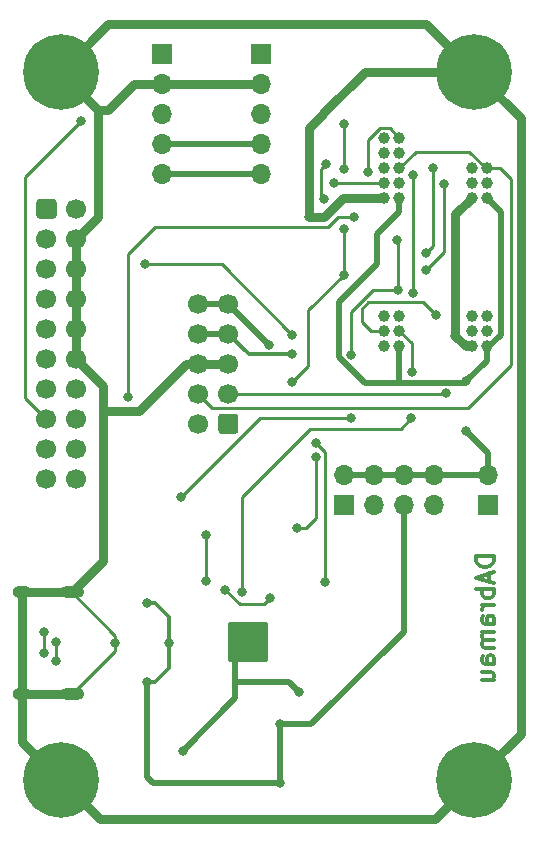
<source format=gbl>
G04 #@! TF.GenerationSoftware,KiCad,Pcbnew,(5.1.10)-1*
G04 #@! TF.CreationDate,2021-10-05T03:14:11+03:00*
G04 #@! TF.ProjectId,programming_board,70726f67-7261-46d6-9d69-6e675f626f61,rev?*
G04 #@! TF.SameCoordinates,Original*
G04 #@! TF.FileFunction,Copper,L2,Bot*
G04 #@! TF.FilePolarity,Positive*
%FSLAX46Y46*%
G04 Gerber Fmt 4.6, Leading zero omitted, Abs format (unit mm)*
G04 Created by KiCad (PCBNEW (5.1.10)-1) date 2021-10-05 03:14:11*
%MOMM*%
%LPD*%
G01*
G04 APERTURE LIST*
G04 #@! TA.AperFunction,NonConductor*
%ADD10C,0.300000*%
G04 #@! TD*
G04 #@! TA.AperFunction,ComponentPad*
%ADD11C,1.000000*%
G04 #@! TD*
G04 #@! TA.AperFunction,ComponentPad*
%ADD12C,1.700000*%
G04 #@! TD*
G04 #@! TA.AperFunction,ComponentPad*
%ADD13O,1.700000X1.700000*%
G04 #@! TD*
G04 #@! TA.AperFunction,ComponentPad*
%ADD14R,1.700000X1.700000*%
G04 #@! TD*
G04 #@! TA.AperFunction,ComponentPad*
%ADD15O,2.100000X1.000000*%
G04 #@! TD*
G04 #@! TA.AperFunction,ComponentPad*
%ADD16O,1.600000X1.000000*%
G04 #@! TD*
G04 #@! TA.AperFunction,ComponentPad*
%ADD17C,0.800000*%
G04 #@! TD*
G04 #@! TA.AperFunction,ComponentPad*
%ADD18C,6.400000*%
G04 #@! TD*
G04 #@! TA.AperFunction,ViaPad*
%ADD19C,0.800000*%
G04 #@! TD*
G04 #@! TA.AperFunction,Conductor*
%ADD20C,0.750000*%
G04 #@! TD*
G04 #@! TA.AperFunction,Conductor*
%ADD21C,0.250000*%
G04 #@! TD*
G04 #@! TA.AperFunction,Conductor*
%ADD22C,0.500000*%
G04 #@! TD*
G04 #@! TA.AperFunction,Conductor*
%ADD23C,0.350000*%
G04 #@! TD*
G04 #@! TA.AperFunction,Conductor*
%ADD24C,0.254000*%
G04 #@! TD*
G04 #@! TA.AperFunction,Conductor*
%ADD25C,0.100000*%
G04 #@! TD*
G04 APERTURE END LIST*
D10*
X198678571Y-89035714D02*
X197178571Y-89035714D01*
X197178571Y-89392857D01*
X197250000Y-89607142D01*
X197392857Y-89750000D01*
X197535714Y-89821428D01*
X197821428Y-89892857D01*
X198035714Y-89892857D01*
X198321428Y-89821428D01*
X198464285Y-89750000D01*
X198607142Y-89607142D01*
X198678571Y-89392857D01*
X198678571Y-89035714D01*
X198250000Y-90464285D02*
X198250000Y-91178571D01*
X198678571Y-90321428D02*
X197178571Y-90821428D01*
X198678571Y-91321428D01*
X198678571Y-91821428D02*
X197178571Y-91821428D01*
X197750000Y-91821428D02*
X197678571Y-91964285D01*
X197678571Y-92250000D01*
X197750000Y-92392857D01*
X197821428Y-92464285D01*
X197964285Y-92535714D01*
X198392857Y-92535714D01*
X198535714Y-92464285D01*
X198607142Y-92392857D01*
X198678571Y-92250000D01*
X198678571Y-91964285D01*
X198607142Y-91821428D01*
X198678571Y-93178571D02*
X197678571Y-93178571D01*
X197964285Y-93178571D02*
X197821428Y-93250000D01*
X197750000Y-93321428D01*
X197678571Y-93464285D01*
X197678571Y-93607142D01*
X198678571Y-94750000D02*
X197892857Y-94750000D01*
X197750000Y-94678571D01*
X197678571Y-94535714D01*
X197678571Y-94250000D01*
X197750000Y-94107142D01*
X198607142Y-94750000D02*
X198678571Y-94607142D01*
X198678571Y-94250000D01*
X198607142Y-94107142D01*
X198464285Y-94035714D01*
X198321428Y-94035714D01*
X198178571Y-94107142D01*
X198107142Y-94250000D01*
X198107142Y-94607142D01*
X198035714Y-94750000D01*
X198678571Y-95464285D02*
X197678571Y-95464285D01*
X197821428Y-95464285D02*
X197750000Y-95535714D01*
X197678571Y-95678571D01*
X197678571Y-95892857D01*
X197750000Y-96035714D01*
X197892857Y-96107142D01*
X198678571Y-96107142D01*
X197892857Y-96107142D02*
X197750000Y-96178571D01*
X197678571Y-96321428D01*
X197678571Y-96535714D01*
X197750000Y-96678571D01*
X197892857Y-96750000D01*
X198678571Y-96750000D01*
X198678571Y-98107142D02*
X197892857Y-98107142D01*
X197750000Y-98035714D01*
X197678571Y-97892857D01*
X197678571Y-97607142D01*
X197750000Y-97464285D01*
X198607142Y-98107142D02*
X198678571Y-97964285D01*
X198678571Y-97607142D01*
X198607142Y-97464285D01*
X198464285Y-97392857D01*
X198321428Y-97392857D01*
X198178571Y-97464285D01*
X198107142Y-97607142D01*
X198107142Y-97964285D01*
X198035714Y-98107142D01*
X197678571Y-99464285D02*
X198678571Y-99464285D01*
X197678571Y-98821428D02*
X198464285Y-98821428D01*
X198607142Y-98892857D01*
X198678571Y-99035714D01*
X198678571Y-99250000D01*
X198607142Y-99392857D01*
X198535714Y-99464285D01*
D11*
X189400000Y-68660000D03*
X190670000Y-68660000D03*
X189400000Y-69930000D03*
X190670000Y-69930000D03*
X189400000Y-71200000D03*
X190670000Y-71200000D03*
X189400000Y-53620000D03*
X190670000Y-53620000D03*
X189400000Y-54890000D03*
X190670000Y-54890000D03*
X189400000Y-56160000D03*
X190670000Y-56160000D03*
X189400000Y-57430000D03*
X190670000Y-57430000D03*
X189400000Y-58700000D03*
X190670000Y-58700000D03*
X196800000Y-56160000D03*
X198070000Y-56160000D03*
X196800000Y-57430000D03*
X198070000Y-57430000D03*
X196800000Y-58700000D03*
X198070000Y-58700000D03*
D12*
X163340000Y-82460000D03*
X163340000Y-79920000D03*
X163340000Y-77380000D03*
X163340000Y-74840000D03*
X163340000Y-72300000D03*
X163340000Y-69760000D03*
X163340000Y-67220000D03*
X163340000Y-64680000D03*
X163340000Y-62140000D03*
X163340000Y-59600000D03*
X160800000Y-82460000D03*
X160800000Y-79920000D03*
X160800000Y-77380000D03*
X160800000Y-74840000D03*
X160800000Y-72300000D03*
X160800000Y-69760000D03*
X160800000Y-67220000D03*
X160800000Y-64680000D03*
X160800000Y-62140000D03*
G04 #@! TA.AperFunction,ComponentPad*
G36*
G01*
X159950000Y-60200000D02*
X159950000Y-59000000D01*
G75*
G02*
X160200000Y-58750000I250000J0D01*
G01*
X161400000Y-58750000D01*
G75*
G02*
X161650000Y-59000000I0J-250000D01*
G01*
X161650000Y-60200000D01*
G75*
G02*
X161400000Y-60450000I-250000J0D01*
G01*
X160200000Y-60450000D01*
G75*
G02*
X159950000Y-60200000I0J250000D01*
G01*
G37*
G04 #@! TD.AperFunction*
D11*
X196800000Y-68660000D03*
X198070000Y-68660000D03*
X196800000Y-69930000D03*
X198070000Y-69930000D03*
X196800000Y-71200000D03*
X198070000Y-71200000D03*
D13*
X198200000Y-82100000D03*
D14*
X198200000Y-84640000D03*
D15*
X162930000Y-100720000D03*
X162930000Y-92080000D03*
D16*
X158750000Y-92080000D03*
X158750000Y-100720000D03*
D13*
X179000000Y-56660000D03*
X179000000Y-54120000D03*
X179000000Y-51580000D03*
X179000000Y-49040000D03*
D14*
X179000000Y-46500000D03*
D13*
X170600000Y-56660000D03*
X170600000Y-54120000D03*
X170600000Y-51580000D03*
X170600000Y-49040000D03*
D14*
X170600000Y-46500000D03*
D12*
X173660000Y-67640000D03*
X173660000Y-70180000D03*
X173660000Y-72720000D03*
X173660000Y-75260000D03*
X173660000Y-77800000D03*
X176200000Y-67640000D03*
X176200000Y-70180000D03*
X176200000Y-72720000D03*
X176200000Y-75260000D03*
G04 #@! TA.AperFunction,ComponentPad*
G36*
G01*
X177050000Y-77200000D02*
X177050000Y-78400000D01*
G75*
G02*
X176800000Y-78650000I-250000J0D01*
G01*
X175600000Y-78650000D01*
G75*
G02*
X175350000Y-78400000I0J250000D01*
G01*
X175350000Y-77200000D01*
G75*
G02*
X175600000Y-76950000I250000J0D01*
G01*
X176800000Y-76950000D01*
G75*
G02*
X177050000Y-77200000I0J-250000D01*
G01*
G37*
G04 #@! TD.AperFunction*
D13*
X193620000Y-82160000D03*
X193620000Y-84700000D03*
X191080000Y-82160000D03*
X191080000Y-84700000D03*
X188540000Y-82160000D03*
X188540000Y-84700000D03*
X186000000Y-82160000D03*
D14*
X186000000Y-84700000D03*
D17*
X195302944Y-106302944D03*
X194600000Y-108000000D03*
X195302944Y-109697056D03*
X197000000Y-110400000D03*
X198697056Y-109697056D03*
X199400000Y-108000000D03*
X198697056Y-106302944D03*
X197000000Y-105600000D03*
D18*
X197000000Y-108000000D03*
D17*
X198697056Y-46302944D03*
X197000000Y-45600000D03*
X195302944Y-46302944D03*
X194600000Y-48000000D03*
X195302944Y-49697056D03*
X197000000Y-50400000D03*
X198697056Y-49697056D03*
X199400000Y-48000000D03*
D18*
X197000000Y-48000000D03*
D17*
X160302944Y-106302944D03*
X159600000Y-108000000D03*
X160302944Y-109697056D03*
X162000000Y-110400000D03*
X163697056Y-109697056D03*
X164400000Y-108000000D03*
X163697056Y-106302944D03*
X162000000Y-105600000D03*
D18*
X162000000Y-108000000D03*
D17*
X163697056Y-46302944D03*
X162000000Y-45600000D03*
X160302944Y-46302944D03*
X159600000Y-48000000D03*
X160302944Y-49697056D03*
X162000000Y-50400000D03*
X163697056Y-49697056D03*
X164400000Y-48000000D03*
D18*
X162000000Y-48000000D03*
D19*
X176800000Y-97200000D03*
X178800000Y-97200000D03*
X178800000Y-95200000D03*
X176800000Y-95200000D03*
X177750000Y-96200000D03*
X166600000Y-96400000D03*
X183000000Y-60300000D03*
X172350000Y-105500010D03*
X195422723Y-70334274D03*
X182150000Y-100500000D03*
X196350000Y-78450000D03*
X196349986Y-74200014D03*
X185950000Y-61350000D03*
X185950002Y-65200000D03*
X182000000Y-86650000D03*
X183600000Y-80650000D03*
X185950000Y-56250000D03*
X185950000Y-52450000D03*
X181600000Y-74250000D03*
X171150000Y-96400000D03*
X169300000Y-99675010D03*
X169300000Y-93000000D03*
X180600000Y-103250000D03*
X180600000Y-108250000D03*
X163700000Y-52200000D03*
X194450000Y-57500000D03*
X192900000Y-64800000D03*
X185150004Y-57450000D03*
X193500000Y-56150000D03*
X192899996Y-63350000D03*
X167700000Y-75500000D03*
X186850000Y-60250000D03*
X179649994Y-71100000D03*
X169150000Y-64300000D03*
X181600004Y-70250000D03*
X181600000Y-71900000D03*
X184450000Y-55800000D03*
X184300000Y-58750000D03*
X183600000Y-79400000D03*
X184350000Y-91200000D03*
X193750000Y-68600000D03*
X190550000Y-66450000D03*
X186551041Y-71948959D03*
X172199998Y-84000000D03*
X186551041Y-77301041D03*
X188000000Y-56500000D03*
X190500000Y-62250000D03*
X177350000Y-92000000D03*
X191850000Y-66700000D03*
X191850000Y-56750002D03*
X191700000Y-77350000D03*
X191706546Y-73375010D03*
X194600000Y-75200000D03*
X160600000Y-95400000D03*
X160599994Y-97200000D03*
X161600000Y-96300000D03*
X161600000Y-97914989D03*
X174274990Y-87250000D03*
X174300008Y-91100000D03*
X175950000Y-91850000D03*
X179750000Y-92550000D03*
D20*
X158750000Y-104750000D02*
X158750000Y-100720000D01*
X162000000Y-108000000D02*
X158750000Y-104750000D01*
X158750000Y-100720000D02*
X162930000Y-100720000D01*
X158750000Y-92080000D02*
X162930000Y-92080000D01*
X158750000Y-92080000D02*
X158750000Y-100720000D01*
X163340000Y-62140000D02*
X163340000Y-64680000D01*
X163340000Y-64680000D02*
X163340000Y-67220000D01*
X163340000Y-67220000D02*
X163340000Y-69760000D01*
X163340000Y-69760000D02*
X163340000Y-72300000D01*
X165600000Y-89410000D02*
X162930000Y-92080000D01*
X165600000Y-74560000D02*
X165600000Y-89410000D01*
X163340000Y-72300000D02*
X165600000Y-74560000D01*
D21*
X166600000Y-97050000D02*
X162930000Y-100720000D01*
X166600000Y-96400000D02*
X166600000Y-97050000D01*
X166600000Y-95750000D02*
X162930000Y-92080000D01*
X166600000Y-96400000D02*
X166600000Y-95750000D01*
D20*
X165199999Y-60280001D02*
X163340000Y-62140000D01*
X165199999Y-51199999D02*
X165199999Y-60280001D01*
X162000000Y-48000000D02*
X165199999Y-51199999D01*
X170600000Y-49040000D02*
X179000000Y-49040000D01*
X168210000Y-49040000D02*
X170600000Y-49040000D01*
X166050001Y-51199999D02*
X168210000Y-49040000D01*
X165199999Y-51199999D02*
X166050001Y-51199999D01*
X173660000Y-72720000D02*
X176200000Y-72720000D01*
X189400000Y-58700000D02*
X185900000Y-58700000D01*
X185900000Y-58700000D02*
X184300000Y-60300000D01*
X197000000Y-48000000D02*
X187750000Y-48000000D01*
X187750000Y-48000000D02*
X184249999Y-51500001D01*
X184300000Y-60300000D02*
X183000000Y-60300000D01*
X183000000Y-52750000D02*
X183000000Y-60300000D01*
X184200000Y-51550000D02*
X183000000Y-52750000D01*
D22*
X165600000Y-76550000D02*
X165600000Y-74560000D01*
X165750000Y-76700000D02*
X165600000Y-76550000D01*
D20*
X168600000Y-76700000D02*
X165750000Y-76700000D01*
X172580000Y-72720000D02*
X168600000Y-76700000D01*
X173660000Y-72720000D02*
X172580000Y-72720000D01*
D22*
X176800000Y-101050010D02*
X172350000Y-105500010D01*
D20*
X192950000Y-43950000D02*
X197000000Y-48000000D01*
X166050000Y-43950000D02*
X192950000Y-43950000D01*
X162000000Y-48000000D02*
X166050000Y-43950000D01*
X195422723Y-60077277D02*
X195422723Y-70334274D01*
X196800000Y-58700000D02*
X195422723Y-60077277D01*
X196800000Y-71200000D02*
X196288449Y-71200000D01*
X196288449Y-71200000D02*
X195422723Y-70334274D01*
X165300000Y-111300000D02*
X162000000Y-108000000D01*
X193700000Y-111300000D02*
X165300000Y-111300000D01*
X197000000Y-108000000D02*
X193700000Y-111300000D01*
X200950000Y-104050000D02*
X197000000Y-108000000D01*
X200950000Y-51950000D02*
X200950000Y-104050000D01*
X197000000Y-48000000D02*
X200950000Y-51950000D01*
D22*
X181350000Y-99700000D02*
X182150000Y-100500000D01*
X176800000Y-99700000D02*
X181350000Y-99700000D01*
X176800000Y-97200000D02*
X176800000Y-99700000D01*
X176800000Y-99700000D02*
X176800000Y-101050010D01*
X186000000Y-82160000D02*
X188540000Y-82160000D01*
X188540000Y-82160000D02*
X191080000Y-82160000D01*
X191080000Y-82160000D02*
X193620000Y-82160000D01*
X198140000Y-82160000D02*
X198200000Y-82100000D01*
X193620000Y-82160000D02*
X198140000Y-82160000D01*
X198200000Y-80300000D02*
X196350000Y-78450000D01*
X198200000Y-82100000D02*
X198200000Y-80300000D01*
X198070000Y-72480000D02*
X196349986Y-74200014D01*
X198070000Y-71200000D02*
X198070000Y-72480000D01*
X190670000Y-71200000D02*
X190670000Y-74350000D01*
X199250000Y-70250000D02*
X198300000Y-71200000D01*
X198300000Y-71200000D02*
X198070000Y-71200000D01*
X199250000Y-59880000D02*
X199250000Y-70250000D01*
X198070000Y-58700000D02*
X199250000Y-59880000D01*
X196200000Y-74350000D02*
X196349986Y-74200014D01*
X187750000Y-74350000D02*
X196200000Y-74350000D01*
X185550000Y-72150000D02*
X187750000Y-74350000D01*
X185550000Y-67450000D02*
X185550000Y-72150000D01*
X188750000Y-64250000D02*
X185550000Y-67450000D01*
X188750000Y-61750000D02*
X188750000Y-64250000D01*
X190670000Y-59830000D02*
X188750000Y-61750000D01*
X190670000Y-58700000D02*
X190670000Y-59830000D01*
D21*
X185950000Y-61350000D02*
X185950000Y-65199998D01*
X185950000Y-65199998D02*
X185950002Y-65200000D01*
X182000000Y-86650000D02*
X182750000Y-86650000D01*
X183600000Y-85800000D02*
X183600000Y-80650000D01*
X182750000Y-86650000D02*
X183600000Y-85800000D01*
X185950000Y-56250000D02*
X185950000Y-52450000D01*
X185950002Y-65200000D02*
X182950000Y-68200002D01*
X182950000Y-72900000D02*
X181600000Y-74250000D01*
X182950000Y-68200002D02*
X182950000Y-72900000D01*
D23*
X169300000Y-93000000D02*
X169950000Y-93000000D01*
X171150000Y-94200000D02*
X171150000Y-96400000D01*
X169950000Y-93000000D02*
X171150000Y-94200000D01*
X171150000Y-98500000D02*
X171150000Y-96400000D01*
X169974990Y-99675010D02*
X171150000Y-98500000D01*
X169300000Y-99675010D02*
X169974990Y-99675010D01*
D22*
X180600000Y-108250000D02*
X180600000Y-103250000D01*
X169300000Y-107700000D02*
X169300000Y-99675010D01*
X169850000Y-108250000D02*
X169300000Y-107700000D01*
X180600000Y-108250000D02*
X169850000Y-108250000D01*
X191050000Y-84730000D02*
X191080000Y-84700000D01*
X191050000Y-95400000D02*
X191050000Y-84730000D01*
X183200000Y-103250000D02*
X191050000Y-95400000D01*
X180600000Y-103250000D02*
X183200000Y-103250000D01*
D21*
X159000000Y-75580000D02*
X160800000Y-77380000D01*
X159000000Y-56900000D02*
X159000000Y-75580000D01*
X163700000Y-52200000D02*
X159000000Y-56900000D01*
X194450000Y-63250000D02*
X192900000Y-64800000D01*
X194450000Y-57500000D02*
X194450000Y-63250000D01*
X189400000Y-57430000D02*
X185170004Y-57430000D01*
X185170004Y-57430000D02*
X185150004Y-57450000D01*
X193500000Y-56150000D02*
X193500000Y-62749996D01*
X193500000Y-62749996D02*
X192899996Y-63350000D01*
X185500000Y-60250000D02*
X186850000Y-60250000D01*
X184600000Y-61150000D02*
X185500000Y-60250000D01*
X169950000Y-61150000D02*
X184600000Y-61150000D01*
X167700000Y-63400000D02*
X169950000Y-61150000D01*
X167700000Y-75500000D02*
X167700000Y-63400000D01*
X198010000Y-56160000D02*
X198070000Y-56160000D01*
X196600000Y-54750000D02*
X198010000Y-56160000D01*
X192080000Y-54750000D02*
X196600000Y-54750000D01*
X190670000Y-56160000D02*
X192080000Y-54750000D01*
X174835001Y-76435001D02*
X173660000Y-75260000D01*
X196464999Y-76435001D02*
X174835001Y-76435001D01*
X200100000Y-72800000D02*
X196464999Y-76435001D01*
X200100000Y-57050000D02*
X200100000Y-72800000D01*
X199210000Y-56160000D02*
X200100000Y-57050000D01*
X198070000Y-56160000D02*
X199210000Y-56160000D01*
D22*
X170600000Y-56660000D02*
X179000000Y-56660000D01*
X173660000Y-67640000D02*
X176200000Y-67640000D01*
X179649994Y-71089994D02*
X179649994Y-71100000D01*
X176200000Y-67640000D02*
X179649994Y-71089994D01*
D21*
X175650004Y-64300000D02*
X181600004Y-70250000D01*
X169150000Y-64300000D02*
X175650004Y-64300000D01*
D22*
X170600000Y-54120000D02*
X179000000Y-54120000D01*
X173660000Y-70180000D02*
X176200000Y-70180000D01*
D23*
X177920000Y-71900000D02*
X181600000Y-71900000D01*
X176200000Y-70180000D02*
X177920000Y-71900000D01*
D21*
X183600000Y-79400000D02*
X184350000Y-80150000D01*
X184350000Y-80150000D02*
X184350000Y-91200000D01*
X192650000Y-67500000D02*
X193750000Y-68600000D01*
X187500000Y-69150000D02*
X187500000Y-68050000D01*
X187500000Y-68050000D02*
X188050000Y-67500000D01*
X188280000Y-69930000D02*
X187500000Y-69150000D01*
X189400000Y-69930000D02*
X188280000Y-69930000D01*
X188050000Y-67500000D02*
X192650000Y-67500000D01*
X184050001Y-56199999D02*
X184050001Y-58500001D01*
X184450000Y-55800000D02*
X184050001Y-56199999D01*
X184050001Y-58500001D02*
X184300000Y-58750000D01*
X186551041Y-68362549D02*
X186551041Y-71948959D01*
X188463590Y-66450000D02*
X186551041Y-68362549D01*
X190550000Y-66450000D02*
X188463590Y-66450000D01*
X178898957Y-77301041D02*
X186551041Y-77301041D01*
X172199998Y-84000000D02*
X178898957Y-77301041D01*
X188000000Y-53798998D02*
X188000000Y-56500000D01*
X189003999Y-52794999D02*
X188000000Y-53798998D01*
X189844999Y-52794999D02*
X189003999Y-52794999D01*
X190670000Y-53620000D02*
X189844999Y-52794999D01*
X190550000Y-66450000D02*
X190550000Y-62300000D01*
X190550000Y-62300000D02*
X190500000Y-62250000D01*
X191850000Y-66700000D02*
X191850000Y-56750002D01*
X191706546Y-70966546D02*
X191706546Y-73375010D01*
X190670000Y-69930000D02*
X191706546Y-70966546D01*
X190800002Y-78250000D02*
X191700002Y-77350000D01*
X183100000Y-78250000D02*
X190800002Y-78250000D01*
X177350000Y-84000000D02*
X183100000Y-78250000D01*
X177350000Y-92000000D02*
X177350000Y-84000000D01*
X194540000Y-75260000D02*
X194600000Y-75200000D01*
X176200000Y-75260000D02*
X194540000Y-75260000D01*
X160600000Y-95400000D02*
X160600000Y-97199994D01*
X160600000Y-97199994D02*
X160599994Y-97200000D01*
X161600000Y-96300000D02*
X161600000Y-97914989D01*
X174274990Y-87250000D02*
X174274990Y-91074982D01*
X174274990Y-91074982D02*
X174300008Y-91100000D01*
X177199999Y-93099999D02*
X179200001Y-93099999D01*
X179200001Y-93099999D02*
X179750000Y-92550000D01*
X175950000Y-91850000D02*
X177199999Y-93099999D01*
D24*
X179373000Y-97773000D02*
X176227000Y-97773000D01*
X176227000Y-94627000D01*
X179373000Y-94627000D01*
X179373000Y-97773000D01*
G04 #@! TA.AperFunction,Conductor*
D25*
G36*
X179373000Y-97773000D02*
G01*
X176227000Y-97773000D01*
X176227000Y-94627000D01*
X179373000Y-94627000D01*
X179373000Y-97773000D01*
G37*
G04 #@! TD.AperFunction*
M02*

</source>
